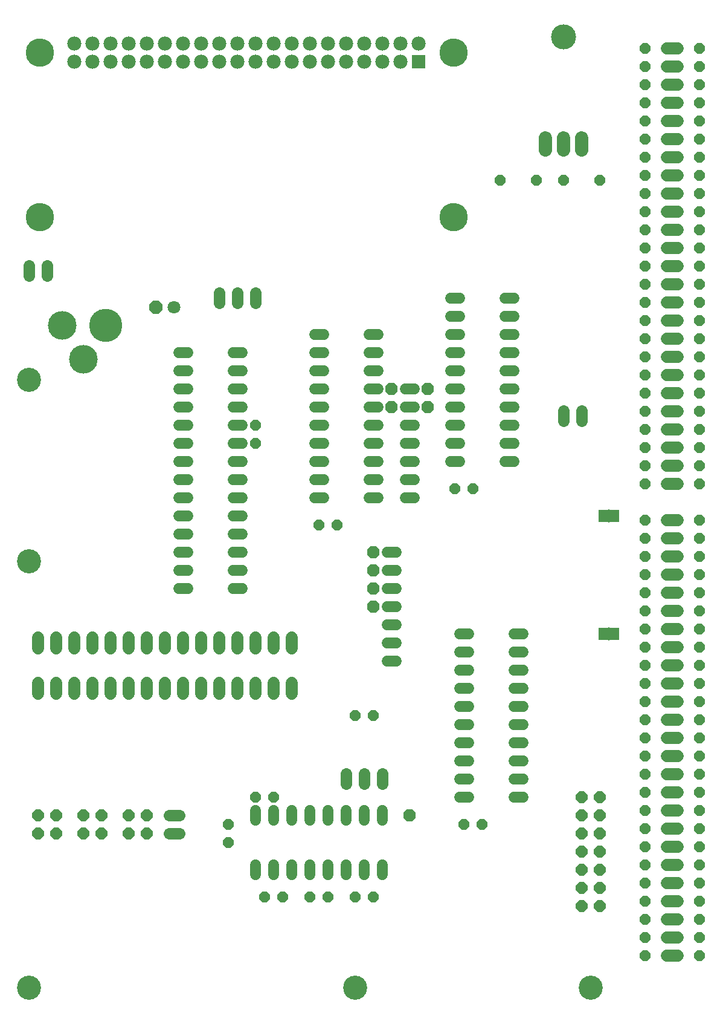
<source format=gts>
G75*
%MOIN*%
%OFA0B0*%
%FSLAX25Y25*%
%IPPOS*%
%LPD*%
%AMOC8*
5,1,8,0,0,1.08239X$1,22.5*
%
%ADD10C,0.13300*%
%ADD11C,0.06800*%
%ADD12R,0.05400X0.07100*%
%ADD13R,0.00600X0.07200*%
%ADD14C,0.07400*%
%ADD15C,0.13800*%
%ADD16OC8,0.06000*%
%ADD17OC8,0.06050*%
%ADD18OC8,0.06400*%
%ADD19C,0.06000*%
%ADD20R,0.07800X0.07800*%
%ADD21C,0.07800*%
%ADD22C,0.15627*%
%ADD23C,0.06400*%
%ADD24C,0.18300*%
%ADD25C,0.15800*%
%ADD26OC8,0.07100*%
%ADD27C,0.07100*%
%ADD28OC8,0.06800*%
D10*
X0021300Y0016300D03*
X0021300Y0251300D03*
X0021300Y0351300D03*
X0201300Y0016300D03*
X0331300Y0016300D03*
D11*
X0373300Y0033800D02*
X0379300Y0033800D01*
X0379300Y0043800D02*
X0373300Y0043800D01*
X0373300Y0053800D02*
X0379300Y0053800D01*
X0379300Y0063800D02*
X0373300Y0063800D01*
X0373300Y0073800D02*
X0379300Y0073800D01*
X0379300Y0083800D02*
X0373300Y0083800D01*
X0373300Y0093800D02*
X0379300Y0093800D01*
X0379300Y0103800D02*
X0373300Y0103800D01*
X0373300Y0113800D02*
X0379300Y0113800D01*
X0379300Y0123800D02*
X0373300Y0123800D01*
X0373300Y0133800D02*
X0379300Y0133800D01*
X0379300Y0143800D02*
X0373300Y0143800D01*
X0373300Y0153800D02*
X0379300Y0153800D01*
X0379300Y0163800D02*
X0373300Y0163800D01*
X0373300Y0173800D02*
X0379300Y0173800D01*
X0379300Y0183800D02*
X0373300Y0183800D01*
X0373300Y0193800D02*
X0379300Y0193800D01*
X0379300Y0203800D02*
X0373300Y0203800D01*
X0373300Y0213800D02*
X0379300Y0213800D01*
X0379300Y0223800D02*
X0373300Y0223800D01*
X0373300Y0233800D02*
X0379300Y0233800D01*
X0379300Y0243800D02*
X0373300Y0243800D01*
X0373300Y0253800D02*
X0379300Y0253800D01*
X0379300Y0263800D02*
X0373300Y0263800D01*
X0373300Y0273800D02*
X0379300Y0273800D01*
X0379300Y0293800D02*
X0373300Y0293800D01*
X0373300Y0303800D02*
X0379300Y0303800D01*
X0379300Y0313800D02*
X0373300Y0313800D01*
X0373300Y0323800D02*
X0379300Y0323800D01*
X0379300Y0333800D02*
X0373300Y0333800D01*
X0373300Y0343800D02*
X0379300Y0343800D01*
X0379300Y0353800D02*
X0373300Y0353800D01*
X0373300Y0363800D02*
X0379300Y0363800D01*
X0379300Y0373800D02*
X0373300Y0373800D01*
X0373300Y0383800D02*
X0379300Y0383800D01*
X0379300Y0393800D02*
X0373300Y0393800D01*
X0373300Y0403800D02*
X0379300Y0403800D01*
X0379300Y0413800D02*
X0373300Y0413800D01*
X0373300Y0423800D02*
X0379300Y0423800D01*
X0379300Y0433800D02*
X0373300Y0433800D01*
X0373300Y0443800D02*
X0379300Y0443800D01*
X0379300Y0453800D02*
X0373300Y0453800D01*
X0373300Y0463800D02*
X0379300Y0463800D01*
X0379300Y0473800D02*
X0373300Y0473800D01*
X0373300Y0483800D02*
X0379300Y0483800D01*
X0379300Y0493800D02*
X0373300Y0493800D01*
X0373300Y0503800D02*
X0379300Y0503800D01*
X0379300Y0513800D02*
X0373300Y0513800D01*
X0373300Y0523800D02*
X0379300Y0523800D01*
X0379300Y0533800D02*
X0373300Y0533800D01*
X0166300Y0209300D02*
X0166300Y0203300D01*
X0156300Y0203300D02*
X0156300Y0209300D01*
X0146300Y0209300D02*
X0146300Y0203300D01*
X0136300Y0203300D02*
X0136300Y0209300D01*
X0126300Y0209300D02*
X0126300Y0203300D01*
X0116300Y0203300D02*
X0116300Y0209300D01*
X0106300Y0209300D02*
X0106300Y0203300D01*
X0096300Y0203300D02*
X0096300Y0209300D01*
X0086300Y0209300D02*
X0086300Y0203300D01*
X0076300Y0203300D02*
X0076300Y0209300D01*
X0066300Y0209300D02*
X0066300Y0203300D01*
X0056300Y0203300D02*
X0056300Y0209300D01*
X0046300Y0209300D02*
X0046300Y0203300D01*
X0036300Y0203300D02*
X0036300Y0209300D01*
X0026300Y0209300D02*
X0026300Y0203300D01*
X0026300Y0184300D02*
X0026300Y0178300D01*
X0036300Y0178300D02*
X0036300Y0184300D01*
X0046300Y0184300D02*
X0046300Y0178300D01*
X0056300Y0178300D02*
X0056300Y0184300D01*
X0066300Y0184300D02*
X0066300Y0178300D01*
X0076300Y0178300D02*
X0076300Y0184300D01*
X0086300Y0184300D02*
X0086300Y0178300D01*
X0096300Y0178300D02*
X0096300Y0184300D01*
X0106300Y0184300D02*
X0106300Y0178300D01*
X0116300Y0178300D02*
X0116300Y0184300D01*
X0126300Y0184300D02*
X0126300Y0178300D01*
X0136300Y0178300D02*
X0136300Y0184300D01*
X0146300Y0184300D02*
X0146300Y0178300D01*
X0156300Y0178300D02*
X0156300Y0184300D01*
X0166300Y0184300D02*
X0166300Y0178300D01*
D12*
X0338300Y0211300D03*
X0344300Y0211300D03*
X0344300Y0276300D03*
X0338300Y0276300D03*
D13*
X0341300Y0276300D03*
X0341300Y0211300D03*
D14*
X0326300Y0478000D02*
X0326300Y0484600D01*
X0316300Y0484600D02*
X0316300Y0478000D01*
X0306300Y0478000D02*
X0306300Y0484600D01*
D15*
X0316300Y0540300D03*
D16*
X0316300Y0461300D03*
X0301300Y0461300D03*
X0281300Y0461300D03*
X0336300Y0461300D03*
X0266300Y0291300D03*
X0256300Y0291300D03*
X0191300Y0271300D03*
X0181300Y0271300D03*
X0146300Y0316300D03*
X0146300Y0326300D03*
X0201300Y0166300D03*
X0211300Y0166300D03*
X0261300Y0106300D03*
X0271300Y0106300D03*
X0211300Y0066300D03*
X0201300Y0066300D03*
X0186300Y0066300D03*
X0176300Y0066300D03*
X0161300Y0066300D03*
X0151300Y0066300D03*
X0131300Y0096300D03*
X0131300Y0106300D03*
X0146300Y0121300D03*
X0156300Y0121300D03*
D17*
X0361300Y0123800D03*
X0361300Y0133800D03*
X0361300Y0143800D03*
X0361300Y0153800D03*
X0361300Y0163800D03*
X0361300Y0173800D03*
X0361300Y0183800D03*
X0361300Y0193800D03*
X0361300Y0203800D03*
X0361300Y0213800D03*
X0361300Y0223800D03*
X0361300Y0233800D03*
X0361300Y0243800D03*
X0361300Y0253800D03*
X0361300Y0263800D03*
X0361300Y0273800D03*
X0361300Y0293800D03*
X0361300Y0303800D03*
X0361300Y0313800D03*
X0361300Y0323800D03*
X0361300Y0333800D03*
X0361300Y0343800D03*
X0361300Y0353800D03*
X0361300Y0363800D03*
X0361300Y0373800D03*
X0361300Y0383800D03*
X0361300Y0393800D03*
X0361300Y0403800D03*
X0361300Y0413800D03*
X0361300Y0423800D03*
X0361300Y0433800D03*
X0361300Y0443800D03*
X0361300Y0453800D03*
X0361300Y0463800D03*
X0361300Y0473800D03*
X0361300Y0483800D03*
X0361300Y0493800D03*
X0361300Y0503800D03*
X0361300Y0513800D03*
X0361300Y0523800D03*
X0361300Y0533800D03*
X0391300Y0533800D03*
X0391300Y0523800D03*
X0391300Y0513800D03*
X0391300Y0503800D03*
X0391300Y0493800D03*
X0391300Y0483800D03*
X0391300Y0473800D03*
X0391300Y0463800D03*
X0391300Y0453800D03*
X0391300Y0443800D03*
X0391300Y0433800D03*
X0391300Y0423800D03*
X0391300Y0413800D03*
X0391300Y0403800D03*
X0391300Y0393800D03*
X0391300Y0383800D03*
X0391300Y0373800D03*
X0391300Y0363800D03*
X0391300Y0353800D03*
X0391300Y0343800D03*
X0391300Y0333800D03*
X0391300Y0323800D03*
X0391300Y0313800D03*
X0391300Y0303800D03*
X0391300Y0293800D03*
X0391300Y0273800D03*
X0391300Y0263800D03*
X0391300Y0253800D03*
X0391300Y0243800D03*
X0391300Y0233800D03*
X0391300Y0223800D03*
X0391300Y0213800D03*
X0391300Y0203800D03*
X0391300Y0193800D03*
X0391300Y0183800D03*
X0391300Y0173800D03*
X0391300Y0163800D03*
X0391300Y0153800D03*
X0391300Y0143800D03*
X0391300Y0133800D03*
X0391300Y0123800D03*
X0391300Y0113800D03*
X0391300Y0103800D03*
X0391300Y0093800D03*
X0391300Y0083800D03*
X0391300Y0073800D03*
X0391300Y0063800D03*
X0391300Y0053800D03*
X0391300Y0043800D03*
X0391300Y0033800D03*
X0361300Y0033800D03*
X0361300Y0043800D03*
X0361300Y0053800D03*
X0361300Y0063800D03*
X0361300Y0073800D03*
X0361300Y0083800D03*
X0361300Y0093800D03*
X0361300Y0103800D03*
X0361300Y0113800D03*
D18*
X0336300Y0111300D03*
X0336300Y0101300D03*
X0336300Y0091300D03*
X0336300Y0081300D03*
X0336300Y0071300D03*
X0336300Y0061300D03*
X0326300Y0061300D03*
X0326300Y0071300D03*
X0326300Y0081300D03*
X0326300Y0091300D03*
X0326300Y0101300D03*
X0326300Y0111300D03*
X0326300Y0121300D03*
X0336300Y0121300D03*
X0086300Y0111300D03*
X0086300Y0101300D03*
X0076300Y0101300D03*
X0076300Y0111300D03*
X0061300Y0111300D03*
X0061300Y0101300D03*
X0051300Y0101300D03*
X0051300Y0111300D03*
X0036300Y0111300D03*
X0036300Y0101300D03*
X0026300Y0101300D03*
X0026300Y0111300D03*
D19*
X0103700Y0236300D02*
X0108900Y0236300D01*
X0108900Y0246300D02*
X0103700Y0246300D01*
X0103700Y0256300D02*
X0108900Y0256300D01*
X0108900Y0266300D02*
X0103700Y0266300D01*
X0103700Y0276300D02*
X0108900Y0276300D01*
X0108900Y0286300D02*
X0103700Y0286300D01*
X0103700Y0296300D02*
X0108900Y0296300D01*
X0108900Y0306300D02*
X0103700Y0306300D01*
X0103700Y0316300D02*
X0108900Y0316300D01*
X0108900Y0326300D02*
X0103700Y0326300D01*
X0103700Y0336300D02*
X0108900Y0336300D01*
X0108900Y0346300D02*
X0103700Y0346300D01*
X0103700Y0356300D02*
X0108900Y0356300D01*
X0108900Y0366300D02*
X0103700Y0366300D01*
X0133700Y0366300D02*
X0138900Y0366300D01*
X0138900Y0356300D02*
X0133700Y0356300D01*
X0133700Y0346300D02*
X0138900Y0346300D01*
X0138900Y0336300D02*
X0133700Y0336300D01*
X0133700Y0326300D02*
X0138900Y0326300D01*
X0138900Y0316300D02*
X0133700Y0316300D01*
X0133700Y0306300D02*
X0138900Y0306300D01*
X0138900Y0296300D02*
X0133700Y0296300D01*
X0133700Y0286300D02*
X0138900Y0286300D01*
X0138900Y0276300D02*
X0133700Y0276300D01*
X0133700Y0266300D02*
X0138900Y0266300D01*
X0138900Y0256300D02*
X0133700Y0256300D01*
X0133700Y0246300D02*
X0138900Y0246300D01*
X0138900Y0236300D02*
X0133700Y0236300D01*
X0178700Y0286300D02*
X0183900Y0286300D01*
X0183900Y0296300D02*
X0178700Y0296300D01*
X0178700Y0306300D02*
X0183900Y0306300D01*
X0183900Y0316300D02*
X0178700Y0316300D01*
X0178700Y0326300D02*
X0183900Y0326300D01*
X0183900Y0336300D02*
X0178700Y0336300D01*
X0178700Y0346300D02*
X0183900Y0346300D01*
X0183900Y0356300D02*
X0178700Y0356300D01*
X0178700Y0366300D02*
X0183900Y0366300D01*
X0183900Y0376300D02*
X0178700Y0376300D01*
X0208700Y0376300D02*
X0213900Y0376300D01*
X0213900Y0366300D02*
X0208700Y0366300D01*
X0208700Y0356300D02*
X0213900Y0356300D01*
X0213900Y0346300D02*
X0208700Y0346300D01*
X0208700Y0336300D02*
X0213900Y0336300D01*
X0213900Y0326300D02*
X0208700Y0326300D01*
X0208700Y0316300D02*
X0213900Y0316300D01*
X0213900Y0306300D02*
X0208700Y0306300D01*
X0208700Y0296300D02*
X0213900Y0296300D01*
X0213900Y0286300D02*
X0208700Y0286300D01*
X0228700Y0286300D02*
X0233900Y0286300D01*
X0233900Y0296300D02*
X0228700Y0296300D01*
X0228700Y0306300D02*
X0233900Y0306300D01*
X0233900Y0316300D02*
X0228700Y0316300D01*
X0228700Y0326300D02*
X0233900Y0326300D01*
X0233900Y0336300D02*
X0228700Y0336300D01*
X0228700Y0346300D02*
X0233900Y0346300D01*
X0253700Y0346300D02*
X0258900Y0346300D01*
X0258900Y0336300D02*
X0253700Y0336300D01*
X0253700Y0326300D02*
X0258900Y0326300D01*
X0258900Y0316300D02*
X0253700Y0316300D01*
X0253700Y0306300D02*
X0258900Y0306300D01*
X0283700Y0306300D02*
X0288900Y0306300D01*
X0288900Y0316300D02*
X0283700Y0316300D01*
X0283700Y0326300D02*
X0288900Y0326300D01*
X0288900Y0336300D02*
X0283700Y0336300D01*
X0283700Y0346300D02*
X0288900Y0346300D01*
X0288900Y0356300D02*
X0283700Y0356300D01*
X0283700Y0366300D02*
X0288900Y0366300D01*
X0288900Y0376300D02*
X0283700Y0376300D01*
X0283700Y0386300D02*
X0288900Y0386300D01*
X0288900Y0396300D02*
X0283700Y0396300D01*
X0258900Y0396300D02*
X0253700Y0396300D01*
X0253700Y0386300D02*
X0258900Y0386300D01*
X0258900Y0376300D02*
X0253700Y0376300D01*
X0253700Y0366300D02*
X0258900Y0366300D01*
X0258900Y0356300D02*
X0253700Y0356300D01*
X0223900Y0256300D02*
X0218700Y0256300D01*
X0218700Y0246300D02*
X0223900Y0246300D01*
X0223900Y0236300D02*
X0218700Y0236300D01*
X0218700Y0226300D02*
X0223900Y0226300D01*
X0223900Y0216300D02*
X0218700Y0216300D01*
X0218700Y0206300D02*
X0223900Y0206300D01*
X0223900Y0196300D02*
X0218700Y0196300D01*
X0258700Y0191300D02*
X0263900Y0191300D01*
X0263900Y0201300D02*
X0258700Y0201300D01*
X0258700Y0211300D02*
X0263900Y0211300D01*
X0263900Y0181300D02*
X0258700Y0181300D01*
X0258700Y0171300D02*
X0263900Y0171300D01*
X0263900Y0161300D02*
X0258700Y0161300D01*
X0258700Y0151300D02*
X0263900Y0151300D01*
X0263900Y0141300D02*
X0258700Y0141300D01*
X0258700Y0131300D02*
X0263900Y0131300D01*
X0263900Y0121300D02*
X0258700Y0121300D01*
X0288700Y0121300D02*
X0293900Y0121300D01*
X0293900Y0131300D02*
X0288700Y0131300D01*
X0288700Y0141300D02*
X0293900Y0141300D01*
X0293900Y0151300D02*
X0288700Y0151300D01*
X0288700Y0161300D02*
X0293900Y0161300D01*
X0293900Y0171300D02*
X0288700Y0171300D01*
X0288700Y0181300D02*
X0293900Y0181300D01*
X0293900Y0191300D02*
X0288700Y0191300D01*
X0288700Y0201300D02*
X0293900Y0201300D01*
X0293900Y0211300D02*
X0288700Y0211300D01*
X0216300Y0113900D02*
X0216300Y0108700D01*
X0206300Y0108700D02*
X0206300Y0113900D01*
X0196300Y0113900D02*
X0196300Y0108700D01*
X0186300Y0108700D02*
X0186300Y0113900D01*
X0176300Y0113900D02*
X0176300Y0108700D01*
X0166300Y0108700D02*
X0166300Y0113900D01*
X0156300Y0113900D02*
X0156300Y0108700D01*
X0146300Y0108700D02*
X0146300Y0113900D01*
X0146300Y0083900D02*
X0146300Y0078700D01*
X0156300Y0078700D02*
X0156300Y0083900D01*
X0166300Y0083900D02*
X0166300Y0078700D01*
X0176300Y0078700D02*
X0176300Y0083900D01*
X0186300Y0083900D02*
X0186300Y0078700D01*
X0196300Y0078700D02*
X0196300Y0083900D01*
X0206300Y0083900D02*
X0206300Y0078700D01*
X0216300Y0078700D02*
X0216300Y0083900D01*
D20*
X0236300Y0526576D03*
D21*
X0236300Y0536576D03*
X0226300Y0536576D03*
X0226300Y0526576D03*
X0216300Y0526576D03*
X0216300Y0536576D03*
X0206300Y0536576D03*
X0206300Y0526576D03*
X0196300Y0526576D03*
X0196300Y0536576D03*
X0186300Y0536576D03*
X0186300Y0526576D03*
X0176300Y0526576D03*
X0176300Y0536576D03*
X0166300Y0536576D03*
X0166300Y0526576D03*
X0156300Y0526576D03*
X0156300Y0536576D03*
X0146300Y0536576D03*
X0146300Y0526576D03*
X0136300Y0526576D03*
X0136300Y0536576D03*
X0126300Y0536576D03*
X0126300Y0526576D03*
X0116300Y0526576D03*
X0116300Y0536576D03*
X0106300Y0536576D03*
X0106300Y0526576D03*
X0096300Y0526576D03*
X0096300Y0536576D03*
X0086300Y0536576D03*
X0086300Y0526576D03*
X0076300Y0526576D03*
X0076300Y0536576D03*
X0066300Y0536576D03*
X0066300Y0526576D03*
X0056300Y0526576D03*
X0056300Y0536576D03*
X0046300Y0536576D03*
X0046300Y0526576D03*
D22*
X0027127Y0531576D03*
X0027127Y0441024D03*
X0255473Y0441024D03*
X0255473Y0531576D03*
D23*
X0146300Y0399100D02*
X0146300Y0393500D01*
X0136300Y0393500D02*
X0136300Y0399100D01*
X0126300Y0399100D02*
X0126300Y0393500D01*
X0031300Y0408500D02*
X0031300Y0414100D01*
X0021300Y0414100D02*
X0021300Y0408500D01*
X0196300Y0134100D02*
X0196300Y0128500D01*
X0206300Y0128500D02*
X0206300Y0134100D01*
X0216300Y0134100D02*
X0216300Y0128500D01*
X0104100Y0111300D02*
X0098500Y0111300D01*
X0098500Y0101300D02*
X0104100Y0101300D01*
X0316300Y0328500D02*
X0316300Y0334100D01*
X0326300Y0334100D02*
X0326300Y0328500D01*
D24*
X0063505Y0381300D03*
D25*
X0051300Y0362402D03*
X0039489Y0381300D03*
D26*
X0091300Y0391300D03*
D27*
X0101300Y0391300D03*
D28*
X0211300Y0256300D03*
X0211300Y0246300D03*
X0211300Y0236300D03*
X0211300Y0226300D03*
X0221300Y0336300D03*
X0221300Y0346300D03*
X0241300Y0346300D03*
X0241300Y0336300D03*
X0231300Y0111300D03*
M02*

</source>
